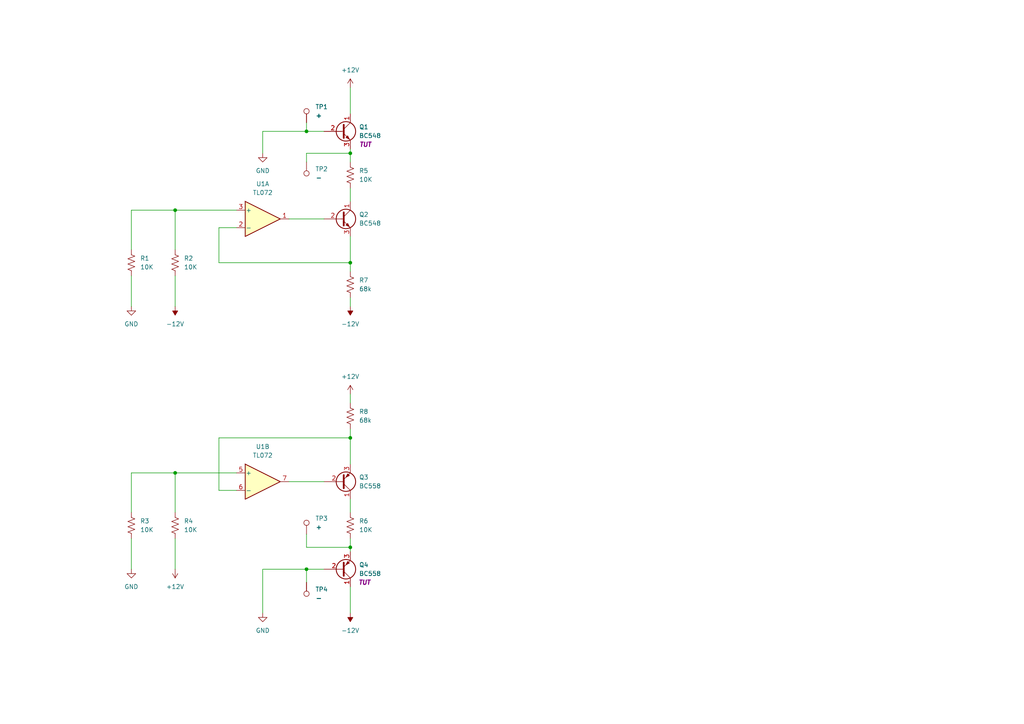
<source format=kicad_sch>
(kicad_sch (version 20231120) (generator "eeschema") (generator_version "8.0")
  (paper "A4")
  (title_block (company "DMH Instruments") (comment 1 "PCB for 5 cm Kosmo format synthesizer module"))
  (lib_symbols
    (symbol "Amplifier_Operational:TL072" (pin_names (offset 0.127))
      (property "Reference" "U" (at 0 5.08 0))
      (property "Value" "TL072" (at 0 -5.08 0))
      (symbol "TL072_1_1"
        (polyline (pts (xy -5.08 5.08) (xy 5.08 0) (xy -5.08 -5.08) (xy -5.08 5.08)) (stroke (width 0.254)) (fill (type background)))
        (pin output line (at 7.62 0 180) (length 2.54) (name "~") (number "1"))
        (pin input line (at -7.62 -2.54 0) (length 2.54) (name "-") (number "2"))
        (pin input line (at -7.62 2.54 0) (length 2.54) (name "+") (number "3"))
      )
      (symbol "TL072_2_1"
        (polyline (pts (xy -5.08 5.08) (xy 5.08 0) (xy -5.08 -5.08) (xy -5.08 5.08)) (stroke (width 0.254)) (fill (type background)))
        (pin input line (at -7.62 2.54 0) (length 2.54) (name "+") (number "5"))
        (pin input line (at -7.62 -2.54 0) (length 2.54) (name "-") (number "6"))
        (pin output line (at 7.62 0 180) (length 2.54) (name "~") (number "7"))
      )
      (symbol "TL072_3_1"
        (pin power_in line (at -2.54 -7.62 90) (length 3.81) (name "V-") (number "4"))
        (pin power_in line (at -2.54 7.62 270) (length 3.81) (name "V+") (number "8"))
      )
    )
    (symbol "Connector:TestPoint" (pin_numbers hide) (pin_names (offset 0.762) hide)
      (property "Reference" "TP" (at 0 6.858 0))
      (property "Value" "TestPoint" (at 0 5.08 0))
      (symbol "TestPoint_0_1"
        (circle (center 0 3.302) (radius 0.762))
      )
      (symbol "TestPoint_1_1"
        (pin passive line (at 0 0 90) (length 2.54) (name "1") (number "1"))
      )
    )
    (symbol "Device:R_US" (pin_numbers hide) (pin_names (offset 0))
      (property "Reference" "R" (at 2.54 0 90))
      (property "Value" "R_US" (at -2.54 0 90))
      (symbol "R_US_0_1"
        (polyline (pts (xy 0 -2.286) (xy 0 -2.54)))
        (polyline (pts (xy 0 2.286) (xy 0 2.54)))
        (polyline (pts (xy 0 -0.762) (xy 1.016 -1.143) (xy 0 -1.524) (xy -1.016 -1.905) (xy 0 -2.286)))
        (polyline (pts (xy 0 0.762) (xy 1.016 0.381) (xy 0 0) (xy -1.016 -0.381) (xy 0 -0.762)))
        (polyline (pts (xy 0 2.286) (xy 1.016 1.905) (xy 0 1.524) (xy -1.016 1.143) (xy 0 0.762)))
      )
      (symbol "R_US_1_1"
        (pin passive line (at 0 3.81 270) (length 1.27) (name "~") (number "1"))
        (pin passive line (at 0 -3.81 90) (length 1.27) (name "~") (number "2"))
      )
    )
    (symbol "Transistor_BJT:BC548" (pin_names (offset 0) hide)
      (property "Reference" "Q" (at 5.08 1.905 0))
      (property "Value" "BC548" (at 5.08 0 0))
      (symbol "BC548_0_1"
        (polyline (pts (xy 0 0) (xy 0.635 0)))
        (polyline (pts (xy 0.635 0.635) (xy 2.54 2.54)))
        (polyline (pts (xy 0.635 -0.635) (xy 2.54 -2.54) (xy 2.54 -2.54)))
        (polyline (pts (xy 0.635 1.905) (xy 0.635 -1.905) (xy 0.635 -1.905)) (stroke (width 0.508)))
        (polyline (pts (xy 1.27 -1.778) (xy 1.778 -1.27) (xy 2.286 -2.286) (xy 1.27 -1.778) (xy 1.27 -1.778)) (fill (type outline)))
        (circle (center 1.27 0) (radius 2.8194) (stroke (width 0.254)))
      )
      (symbol "BC548_1_1"
        (pin passive line (at 2.54 5.08 270) (length 2.54) (name "C") (number "1"))
        (pin input line (at -5.08 0 0) (length 5.08) (name "B") (number "2"))
        (pin passive line (at 2.54 -5.08 90) (length 2.54) (name "E") (number "3"))
      )
    )
    (symbol "Transistor_BJT:BC558" (pin_names (offset 0) hide)
      (property "Reference" "Q" (at 5.08 1.905 0))
      (property "Value" "BC558" (at 5.08 0 0))
      (symbol "BC558_0_1"
        (polyline (pts (xy 0.635 0.635) (xy 2.54 2.54)))
        (polyline (pts (xy 0.635 -0.635) (xy 2.54 -2.54) (xy 2.54 -2.54)))
        (polyline (pts (xy 0.635 1.905) (xy 0.635 -1.905) (xy 0.635 -1.905)) (stroke (width 0.508)))
        (polyline (pts (xy 2.286 -1.778) (xy 1.778 -2.286) (xy 1.27 -1.27) (xy 2.286 -1.778) (xy 2.286 -1.778)) (fill (type outline)))
        (circle (center 1.27 0) (radius 2.8194) (stroke (width 0.254)))
      )
      (symbol "BC558_1_1"
        (pin passive line (at 2.54 5.08 270) (length 2.54) (name "C") (number "1"))
        (pin input line (at -5.08 0 0) (length 5.715) (name "B") (number "2"))
        (pin passive line (at 2.54 -5.08 90) (length 2.54) (name "E") (number "3"))
      )
    )
    (symbol "power:+12V" (power) (pin_numbers hide) (pin_names (offset 0) hide)
      (property "Value" "+12V" (at 0 3.556 0))
      (symbol "+12V_0_1"
        (polyline (pts (xy -0.762 1.27) (xy 0 2.54)))
        (polyline (pts (xy 0 0) (xy 0 2.54)))
        (polyline (pts (xy 0 2.54) (xy 0.762 1.27)))
      )
      (symbol "+12V_1_1"
        (pin power_in line (at 0 0 90) (length 0) (name "~") (number "1"))
      )
    )
    (symbol "power:-12V" (power) (pin_numbers hide) (pin_names (offset 0) hide)
      (property "Value" "-12V" (at 0 3.556 0))
      (symbol "-12V_0_0"
        (pin power_in line (at 0 0 90) (length 0) (name "~") (number "1"))
      )
      (symbol "-12V_0_1"
        (polyline (pts (xy 0 0) (xy 0 1.27) (xy 0.762 1.27) (xy 0 2.54) (xy -0.762 1.27) (xy 0 1.27)) (fill (type outline)))
      )
    )
    (symbol "power:GND" (power) (pin_numbers hide) (pin_names (offset 0) hide)
      (property "Value" "GND" (at 0 -3.81 0))
      (symbol "GND_0_1"
        (polyline (pts (xy 0 0) (xy 0 -1.27) (xy 1.27 -1.27) (xy 0 -2.54) (xy -1.27 -1.27) (xy 0 -1.27)))
      )
      (symbol "GND_1_1"
        (pin power_in line (at 0 0 270) (length 0) (name "~") (number "1"))
      )
    )
  )
  (junction (at 101.6 158.75))
  (junction (at 101.6 127))
  (junction (at 88.9 165.1))
  (junction (at 101.6 76.2))
  (junction (at 50.8 137.16))
  (junction (at 50.8 60.96))
  (junction (at 101.6 44.45))
  (junction (at 88.9 38.1))
  (wire (pts (xy 101.6 25.4) (xy 101.6 33.02)))
  (wire (pts (xy 101.6 158.75) (xy 101.6 160.02)))
  (wire (pts (xy 83.82 139.7) (xy 93.98 139.7)))
  (wire (pts (xy 101.6 124.46) (xy 101.6 127)))
  (wire (pts (xy 38.1 156.21) (xy 38.1 165.1)))
  (wire (pts (xy 76.2 38.1) (xy 88.9 38.1)))
  (wire (pts (xy 101.6 156.21) (xy 101.6 158.75)))
  (wire (pts (xy 88.9 168.91) (xy 88.9 165.1)))
  (wire (pts (xy 68.58 66.04) (xy 63.5 66.04)))
  (wire (pts (xy 63.5 142.24) (xy 63.5 127)))
  (wire (pts (xy 38.1 148.59) (xy 38.1 137.16)))
  (wire (pts (xy 88.9 38.1) (xy 88.9 35.56)))
  (wire (pts (xy 38.1 137.16) (xy 50.8 137.16)))
  (wire (pts (xy 83.82 63.5) (xy 93.98 63.5)))
  (wire (pts (xy 76.2 165.1) (xy 88.9 165.1)))
  (wire (pts (xy 68.58 142.24) (xy 63.5 142.24)))
  (wire (pts (xy 93.98 38.1) (xy 88.9 38.1)))
  (wire (pts (xy 101.6 44.45) (xy 101.6 46.99)))
  (wire (pts (xy 101.6 68.58) (xy 101.6 76.2)))
  (wire (pts (xy 38.1 72.39) (xy 38.1 60.96)))
  (wire (pts (xy 50.8 156.21) (xy 50.8 165.1)))
  (wire (pts (xy 76.2 177.8) (xy 76.2 165.1)))
  (wire (pts (xy 88.9 154.94) (xy 88.9 158.75)))
  (wire (pts (xy 101.6 43.18) (xy 101.6 44.45)))
  (wire (pts (xy 50.8 60.96) (xy 68.58 60.96)))
  (wire (pts (xy 88.9 44.45) (xy 101.6 44.45)))
  (wire (pts (xy 50.8 137.16) (xy 68.58 137.16)))
  (wire (pts (xy 88.9 158.75) (xy 101.6 158.75)))
  (wire (pts (xy 101.6 170.18) (xy 101.6 177.8)))
  (wire (pts (xy 63.5 66.04) (xy 63.5 76.2)))
  (wire (pts (xy 101.6 76.2) (xy 101.6 78.74)))
  (wire (pts (xy 88.9 165.1) (xy 93.98 165.1)))
  (wire (pts (xy 50.8 80.01) (xy 50.8 88.9)))
  (wire (pts (xy 50.8 137.16) (xy 50.8 148.59)))
  (wire (pts (xy 63.5 76.2) (xy 101.6 76.2)))
  (wire (pts (xy 38.1 60.96) (xy 50.8 60.96)))
  (wire (pts (xy 63.5 127) (xy 101.6 127)))
  (wire (pts (xy 101.6 114.3) (xy 101.6 116.84)))
  (wire (pts (xy 88.9 44.45) (xy 88.9 46.99)))
  (wire (pts (xy 101.6 54.61) (xy 101.6 58.42)))
  (wire (pts (xy 101.6 86.36) (xy 101.6 88.9)))
  (wire (pts (xy 101.6 144.78) (xy 101.6 148.59)))
  (wire (pts (xy 76.2 44.45) (xy 76.2 38.1)))
  (wire (pts (xy 50.8 60.96) (xy 50.8 72.39)))
  (wire (pts (xy 38.1 80.01) (xy 38.1 88.9)))
  (wire (pts (xy 101.6 127) (xy 101.6 134.62)))
  (symbol (lib_id "Connector:TestPoint") (at 88.9 46.99 180) (unit 1)
    (property "Reference" "TP2" (at 91.44 49.0219 0) (effects (justify right)))
    (property "Value" "-" (at 91.44 51.562 0) (effects (font (thickness 0.254) (bold yes)) (justify right)))
    (property "Description" "test point" (effects (hide yes)))
  )
  (symbol (lib_id "Connector:TestPoint") (at 88.9 168.91 180) (unit 1)
    (property "Reference" "TP4" (at 91.44 170.9419 0) (effects (justify right)))
    (property "Value" "-" (at 91.44 173.482 0) (effects (font (thickness 0.254) (bold yes)) (justify right)))
    (property "Description" "test point" (effects (hide yes)))
  )
  (symbol (lib_id "Device:R_US") (at 38.1 152.4 0) (unit 1)
    (property "Reference" "R3" (at 40.64 151.1299 0) (effects (justify left)))
    (property "Value" "10K" (at 40.64 153.6699 0) (effects (justify left)))
    (property "Footprint" "Resistor_THT:R_Axial_DIN0207_L6.3mm_D2.5mm_P7.62mm_Horizontal" (effects (hide yes)))
    (property "Description" "Resistor, US symbol" (effects (hide yes)))
  )
  (symbol (lib_id "power:GND") (at 76.2 44.45 0) (unit 1)
    (property "Reference" "#PWR04" (effects (hide yes)))
    (property "Value" "GND" (at 76.2 49.53 0))
    (property "Description" "Power symbol creates a global label with name \"GND\" , ground" (effects (hide yes)))
  )
  (symbol (lib_id "Device:R_US") (at 101.6 120.65 0) (unit 1)
    (property "Reference" "R8" (at 104.14 119.3799 0) (effects (justify left)))
    (property "Value" "68k" (at 104.14 121.9199 0) (effects (justify left)))
    (property "Footprint" "Resistor_THT:R_Axial_DIN0207_L6.3mm_D2.5mm_P7.62mm_Horizontal" (effects (hide yes)))
    (property "Description" "Resistor, US symbol" (effects (hide yes)))
  )
  (symbol (lib_id "power:-12V") (at 101.6 88.9 180) (unit 1)
    (property "Reference" "#PWR010" (effects (hide yes)))
    (property "Value" "-12V" (at 101.6 93.98 0))
    (property "Description" "Power symbol creates a global label with name \"-12V\"" (effects (hide yes)))
  )
  (symbol (lib_id "Device:R_US") (at 50.8 152.4 0) (unit 1)
    (property "Reference" "R4" (at 53.34 151.1299 0) (effects (justify left)))
    (property "Value" "10K" (at 53.34 153.6699 0) (effects (justify left)))
    (property "Footprint" "Resistor_THT:R_Axial_DIN0207_L6.3mm_D2.5mm_P7.62mm_Horizontal" (effects (hide yes)))
    (property "Description" "Resistor, US symbol" (effects (hide yes)))
  )
  (symbol (lib_id "Amplifier_Operational:TL072") (at 76.2 139.7 0) (unit 2)
    (property "Reference" "U1" (at 76.2 129.54 0))
    (property "Value" "TL072" (at 76.2 132.08 0))
    (property "Datasheet" "http://www.ti.com/lit/ds/symlink/tl071.pdf" (effects (hide yes)))
    (property "Description" "Dual Low-Noise JFET-Input Operational Amplifiers, DIP-8/SOIC-8" (effects (hide yes)))
  )
  (symbol (lib_id "Transistor_BJT:BC558") (at 99.06 139.7 0) (mirror x) (unit 1)
    (property "Reference" "Q3" (at 104.14 138.4299 0) (effects (justify left)))
    (property "Value" "BC558" (at 104.14 140.9699 0) (effects (justify left)))
    (property "Footprint" "Package_TO_SOT_THT:TO-92_Inline" (effects (hide yes)))
    (property "Datasheet" "https://www.onsemi.com/pub/Collateral/BC556BTA-D.pdf" (effects (hide yes)))
    (property "Description" "0.1A Ic, 30V Vce, PNP Small Signal Transistor, TO-92" (effects (hide yes)))
  )
  (symbol (lib_id "Device:R_US") (at 101.6 50.8 0) (unit 1)
    (property "Reference" "R5" (at 104.14 49.5299 0) (effects (justify left)))
    (property "Value" "10K" (at 104.14 52.0699 0) (effects (justify left)))
    (property "Footprint" "Resistor_THT:R_Axial_DIN0207_L6.3mm_D2.5mm_P7.62mm_Horizontal" (effects (hide yes)))
    (property "Description" "Resistor, US symbol" (effects (hide yes)))
  )
  (symbol (lib_id "Device:R_US") (at 38.1 76.2 0) (unit 1)
    (property "Reference" "R1" (at 40.64 74.9299 0) (effects (justify left)))
    (property "Value" "10K" (at 40.64 77.4699 0) (effects (justify left)))
    (property "Footprint" "Resistor_THT:R_Axial_DIN0207_L6.3mm_D2.5mm_P7.62mm_Horizontal" (effects (hide yes)))
    (property "Description" "Resistor, US symbol" (effects (hide yes)))
  )
  (symbol (lib_id "Connector:TestPoint") (at 88.9 35.56 0) (unit 1)
    (property "Reference" "TP1" (at 91.44 30.9879 0) (effects (justify left)))
    (property "Value" "+" (at 91.44 33.528 0) (effects (font (thickness 0.254) (bold yes)) (justify left)))
    (property "Description" "test point" (effects (hide yes)))
  )
  (symbol (lib_id "power:GND") (at 38.1 165.1 0) (unit 1)
    (property "Reference" "#PWR03" (effects (hide yes)))
    (property "Value" "GND" (at 38.1 170.18 0))
    (property "Description" "Power symbol creates a global label with name \"GND\" , ground" (effects (hide yes)))
  )
  (symbol (lib_id "Device:R_US") (at 50.8 76.2 0) (unit 1)
    (property "Reference" "R2" (at 53.34 74.9299 0) (effects (justify left)))
    (property "Value" "10K" (at 53.34 77.4699 0) (effects (justify left)))
    (property "Footprint" "Resistor_THT:R_Axial_DIN0207_L6.3mm_D2.5mm_P7.62mm_Horizontal" (effects (hide yes)))
    (property "Description" "Resistor, US symbol" (effects (hide yes)))
  )
  (symbol (lib_id "power:-12V") (at 101.6 177.8 180) (unit 1)
    (property "Reference" "#PWR011" (effects (hide yes)))
    (property "Value" "-12V" (at 101.6 182.88 0))
    (property "Description" "Power symbol creates a global label with name \"-12V\"" (effects (hide yes)))
  )
  (symbol (lib_id "Transistor_BJT:BC558") (at 99.06 165.1 0) (mirror x) (unit 1)
    (property "Reference" "Q4" (at 104.14 163.8299 0) (effects (justify left)))
    (property "Value" "BC558" (at 104.14 166.3699 0) (effects (justify left)))
    (property "Footprint" "Package_TO_SOT_THT:TO-92_Inline" (effects (hide yes)))
    (property "Datasheet" "https://www.onsemi.com/pub/Collateral/BC556BTA-D.pdf" (effects (hide yes)))
    (property "Description" "0.1A Ic, 30V Vce, PNP Small Signal Transistor, TO-92" (effects (hide yes)))
    (property "Function" "TUT" (at 105.664 168.91 0) (effects (font (thickness 0.254) (bold yes) (italic yes))))
  )
  (symbol (lib_id "power:+12V") (at 101.6 114.3 0) (unit 1)
    (property "Reference" "#PWR019" (effects (hide yes)))
    (property "Value" "+12V" (at 101.6 109.22 0))
    (property "Description" "Power symbol creates a global label with name \"+12V\"" (effects (hide yes)))
  )
  (symbol (lib_id "power:+12V") (at 101.6 25.4 0) (unit 1)
    (property "Reference" "#PWR012" (effects (hide yes)))
    (property "Value" "+12V" (at 101.6 20.32 0))
    (property "Description" "Power symbol creates a global label with name \"+12V\"" (effects (hide yes)))
  )
  (symbol (lib_id "Device:R_US") (at 101.6 152.4 0) (unit 1)
    (property "Reference" "R6" (at 104.14 151.1299 0) (effects (justify left)))
    (property "Value" "10K" (at 104.14 153.6699 0) (effects (justify left)))
    (property "Footprint" "Resistor_THT:R_Axial_DIN0207_L6.3mm_D2.5mm_P7.62mm_Horizontal" (effects (hide yes)))
    (property "Description" "Resistor, US symbol" (effects (hide yes)))
  )
  (symbol (lib_id "power:-12V") (at 50.8 88.9 180) (unit 1)
    (property "Reference" "#PWR02" (effects (hide yes)))
    (property "Value" "-12V" (at 50.8 93.98 0))
    (property "Description" "Power symbol creates a global label with name \"-12V\"" (effects (hide yes)))
  )
  (symbol (lib_id "Transistor_BJT:BC548") (at 99.06 63.5 0) (unit 1)
    (property "Reference" "Q2" (at 104.14 62.2299 0) (effects (justify left)))
    (property "Value" "BC548" (at 104.14 64.7699 0) (effects (justify left)))
    (property "Footprint" "Package_TO_SOT_THT:TO-92_Inline" (effects (hide yes)))
    (property "Datasheet" "https://www.onsemi.com/pub/Collateral/BC550-D.pdf" (effects (hide yes)))
    (property "Description" "0.1A Ic, 30V Vce, Small Signal NPN Transistor, TO-92" (effects (hide yes)))
  )
  (symbol (lib_id "Device:R_US") (at 101.6 82.55 0) (unit 1)
    (property "Reference" "R7" (at 104.14 81.2799 0) (effects (justify left)))
    (property "Value" "68k" (at 104.14 83.8199 0) (effects (justify left)))
    (property "Footprint" "Resistor_THT:R_Axial_DIN0207_L6.3mm_D2.5mm_P7.62mm_Horizontal" (effects (hide yes)))
    (property "Description" "Resistor, US symbol" (effects (hide yes)))
  )
  (symbol (lib_id "power:+12V") (at 50.8 165.1 180) (unit 1)
    (property "Reference" "#PWR09" (effects (hide yes)))
    (property "Value" "+12V" (at 50.8 170.18 0))
    (property "Description" "Power symbol creates a global label with name \"+12V\"" (effects (hide yes)))
  )
  (symbol (lib_id "power:GND") (at 38.1 88.9 0) (unit 1)
    (property "Reference" "#PWR01" (effects (hide yes)))
    (property "Value" "GND" (at 38.1 93.98 0))
    (property "Description" "Power symbol creates a global label with name \"GND\" , ground" (effects (hide yes)))
  )
  (symbol (lib_id "Connector:TestPoint") (at 88.9 154.94 0) (unit 1)
    (property "Reference" "TP3" (at 91.44 150.3679 0) (effects (justify left)))
    (property "Value" "+" (at 91.44 152.908 0) (effects (font (thickness 0.254) (bold yes)) (justify left)))
    (property "Description" "test point" (effects (hide yes)))
  )
  (symbol (lib_id "power:GND") (at 76.2 177.8 0) (unit 1)
    (property "Reference" "#PWR020" (effects (hide yes)))
    (property "Value" "GND" (at 76.2 182.88 0))
    (property "Description" "Power symbol creates a global label with name \"GND\" , ground" (effects (hide yes)))
  )
  (symbol (lib_id "Transistor_BJT:BC548") (at 99.06 38.1 0) (unit 1)
    (property "Reference" "Q1" (at 104.14 36.8299 0) (effects (justify left)))
    (property "Value" "BC548" (at 104.14 39.3699 0) (effects (justify left)))
    (property "Footprint" "Package_TO_SOT_THT:TO-92_Inline" (effects (hide yes)))
    (property "Datasheet" "https://www.onsemi.com/pub/Collateral/BC550-D.pdf" (effects (hide yes)))
    (property "Description" "0.1A Ic, 30V Vce, Small Signal NPN Transistor, TO-92" (effects (hide yes)))
    (property "Function" "TUT" (at 105.918 41.91 0) (effects (font (thickness 0.254) (bold yes) (italic yes))))
  )
  (symbol (lib_id "Amplifier_Operational:TL072") (at 76.2 63.5 0) (unit 1)
    (property "Reference" "U1" (at 76.2 53.34 0))
    (property "Value" "TL072" (at 76.2 55.88 0))
    (property "Datasheet" "http://www.ti.com/lit/ds/symlink/tl071.pdf" (effects (hide yes)))
    (property "Description" "Dual Low-Noise JFET-Input Operational Amplifiers, DIP-8/SOIC-8" (effects (hide yes)))
  )
)
</source>
